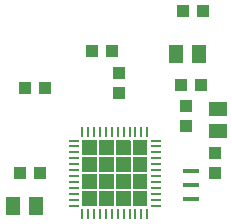
<source format=gbr>
G04 EAGLE Gerber RS-274X export*
G75*
%MOMM*%
%FSLAX34Y34*%
%LPD*%
%INSolderpaste Bottom*%
%IPPOS*%
%AMOC8*
5,1,8,0,0,1.08239X$1,22.5*%
G01*
%ADD10R,1.000000X1.100000*%
%ADD11R,1.500000X1.300000*%
%ADD12R,1.399997X0.400000*%
%ADD13R,1.100000X1.000000*%
%ADD14R,1.300000X1.500000*%
%ADD15R,0.812800X0.254000*%
%ADD16R,0.254000X0.812800*%

G36*
X327678Y310374D02*
X327678Y310374D01*
X327680Y310373D01*
X327723Y310393D01*
X327767Y310411D01*
X327767Y310413D01*
X327769Y310414D01*
X327802Y310499D01*
X327802Y322723D01*
X327801Y322725D01*
X327802Y322727D01*
X327782Y322770D01*
X327764Y322814D01*
X327762Y322814D01*
X327761Y322816D01*
X327676Y322849D01*
X315452Y322849D01*
X315450Y322848D01*
X315448Y322849D01*
X315405Y322829D01*
X315361Y322811D01*
X315361Y322809D01*
X315359Y322808D01*
X315326Y322723D01*
X315326Y310499D01*
X315327Y310497D01*
X315326Y310495D01*
X315346Y310452D01*
X315364Y310408D01*
X315366Y310408D01*
X315367Y310406D01*
X315452Y310373D01*
X327676Y310373D01*
X327678Y310374D01*
G37*
G36*
X356126Y310374D02*
X356126Y310374D01*
X356128Y310373D01*
X356171Y310393D01*
X356215Y310411D01*
X356215Y310413D01*
X356217Y310414D01*
X356250Y310499D01*
X356250Y322723D01*
X356249Y322725D01*
X356250Y322727D01*
X356230Y322770D01*
X356212Y322814D01*
X356210Y322814D01*
X356209Y322816D01*
X356124Y322849D01*
X343900Y322849D01*
X343898Y322848D01*
X343896Y322849D01*
X343853Y322829D01*
X343809Y322811D01*
X343809Y322809D01*
X343807Y322808D01*
X343774Y322723D01*
X343774Y310499D01*
X343775Y310497D01*
X343774Y310495D01*
X343794Y310452D01*
X343812Y310408D01*
X343814Y310408D01*
X343815Y310406D01*
X343900Y310373D01*
X356124Y310373D01*
X356126Y310374D01*
G37*
G36*
X341902Y310374D02*
X341902Y310374D01*
X341904Y310373D01*
X341947Y310393D01*
X341991Y310411D01*
X341991Y310413D01*
X341993Y310414D01*
X342026Y310499D01*
X342026Y322723D01*
X342025Y322725D01*
X342026Y322727D01*
X342006Y322770D01*
X341988Y322814D01*
X341986Y322814D01*
X341985Y322816D01*
X341900Y322849D01*
X329676Y322849D01*
X329674Y322848D01*
X329672Y322849D01*
X329629Y322829D01*
X329585Y322811D01*
X329585Y322809D01*
X329583Y322808D01*
X329550Y322723D01*
X329550Y310499D01*
X329551Y310497D01*
X329550Y310495D01*
X329570Y310452D01*
X329588Y310408D01*
X329590Y310408D01*
X329591Y310406D01*
X329676Y310373D01*
X341900Y310373D01*
X341902Y310374D01*
G37*
G36*
X370350Y310374D02*
X370350Y310374D01*
X370352Y310373D01*
X370395Y310393D01*
X370439Y310411D01*
X370439Y310413D01*
X370441Y310414D01*
X370474Y310499D01*
X370474Y322723D01*
X370473Y322725D01*
X370474Y322727D01*
X370454Y322770D01*
X370436Y322814D01*
X370434Y322814D01*
X370433Y322816D01*
X370348Y322849D01*
X358124Y322849D01*
X358122Y322848D01*
X358120Y322849D01*
X358077Y322829D01*
X358033Y322811D01*
X358033Y322809D01*
X358031Y322808D01*
X357998Y322723D01*
X357998Y310499D01*
X357999Y310497D01*
X357998Y310495D01*
X358018Y310452D01*
X358036Y310408D01*
X358038Y310408D01*
X358039Y310406D01*
X358124Y310373D01*
X370348Y310373D01*
X370350Y310374D01*
G37*
G36*
X356126Y296150D02*
X356126Y296150D01*
X356128Y296149D01*
X356171Y296169D01*
X356215Y296187D01*
X356215Y296189D01*
X356217Y296190D01*
X356250Y296275D01*
X356250Y308499D01*
X356249Y308501D01*
X356250Y308503D01*
X356230Y308546D01*
X356212Y308590D01*
X356210Y308590D01*
X356209Y308592D01*
X356124Y308625D01*
X343900Y308625D01*
X343898Y308624D01*
X343896Y308625D01*
X343853Y308605D01*
X343809Y308587D01*
X343809Y308585D01*
X343807Y308584D01*
X343774Y308499D01*
X343774Y296275D01*
X343775Y296273D01*
X343774Y296271D01*
X343794Y296228D01*
X343812Y296184D01*
X343814Y296184D01*
X343815Y296182D01*
X343900Y296149D01*
X356124Y296149D01*
X356126Y296150D01*
G37*
G36*
X327678Y296150D02*
X327678Y296150D01*
X327680Y296149D01*
X327723Y296169D01*
X327767Y296187D01*
X327767Y296189D01*
X327769Y296190D01*
X327802Y296275D01*
X327802Y308499D01*
X327801Y308501D01*
X327802Y308503D01*
X327782Y308546D01*
X327764Y308590D01*
X327762Y308590D01*
X327761Y308592D01*
X327676Y308625D01*
X315452Y308625D01*
X315450Y308624D01*
X315448Y308625D01*
X315405Y308605D01*
X315361Y308587D01*
X315361Y308585D01*
X315359Y308584D01*
X315326Y308499D01*
X315326Y296275D01*
X315327Y296273D01*
X315326Y296271D01*
X315346Y296228D01*
X315364Y296184D01*
X315366Y296184D01*
X315367Y296182D01*
X315452Y296149D01*
X327676Y296149D01*
X327678Y296150D01*
G37*
G36*
X341902Y296150D02*
X341902Y296150D01*
X341904Y296149D01*
X341947Y296169D01*
X341991Y296187D01*
X341991Y296189D01*
X341993Y296190D01*
X342026Y296275D01*
X342026Y308499D01*
X342025Y308501D01*
X342026Y308503D01*
X342006Y308546D01*
X341988Y308590D01*
X341986Y308590D01*
X341985Y308592D01*
X341900Y308625D01*
X329676Y308625D01*
X329674Y308624D01*
X329672Y308625D01*
X329629Y308605D01*
X329585Y308587D01*
X329585Y308585D01*
X329583Y308584D01*
X329550Y308499D01*
X329550Y296275D01*
X329551Y296273D01*
X329550Y296271D01*
X329570Y296228D01*
X329588Y296184D01*
X329590Y296184D01*
X329591Y296182D01*
X329676Y296149D01*
X341900Y296149D01*
X341902Y296150D01*
G37*
G36*
X370350Y296150D02*
X370350Y296150D01*
X370352Y296149D01*
X370395Y296169D01*
X370439Y296187D01*
X370439Y296189D01*
X370441Y296190D01*
X370474Y296275D01*
X370474Y308499D01*
X370473Y308501D01*
X370474Y308503D01*
X370454Y308546D01*
X370436Y308590D01*
X370434Y308590D01*
X370433Y308592D01*
X370348Y308625D01*
X358124Y308625D01*
X358122Y308624D01*
X358120Y308625D01*
X358077Y308605D01*
X358033Y308587D01*
X358033Y308585D01*
X358031Y308584D01*
X357998Y308499D01*
X357998Y296275D01*
X357999Y296273D01*
X357998Y296271D01*
X358018Y296228D01*
X358036Y296184D01*
X358038Y296184D01*
X358039Y296182D01*
X358124Y296149D01*
X370348Y296149D01*
X370350Y296150D01*
G37*
G36*
X327678Y281926D02*
X327678Y281926D01*
X327680Y281925D01*
X327723Y281945D01*
X327767Y281963D01*
X327767Y281965D01*
X327769Y281966D01*
X327802Y282051D01*
X327802Y294275D01*
X327801Y294277D01*
X327802Y294279D01*
X327782Y294322D01*
X327764Y294366D01*
X327762Y294366D01*
X327761Y294368D01*
X327676Y294401D01*
X315452Y294401D01*
X315450Y294400D01*
X315448Y294401D01*
X315405Y294381D01*
X315361Y294363D01*
X315361Y294361D01*
X315359Y294360D01*
X315326Y294275D01*
X315326Y282051D01*
X315327Y282049D01*
X315326Y282047D01*
X315346Y282004D01*
X315364Y281960D01*
X315366Y281960D01*
X315367Y281958D01*
X315452Y281925D01*
X327676Y281925D01*
X327678Y281926D01*
G37*
G36*
X356126Y281926D02*
X356126Y281926D01*
X356128Y281925D01*
X356171Y281945D01*
X356215Y281963D01*
X356215Y281965D01*
X356217Y281966D01*
X356250Y282051D01*
X356250Y294275D01*
X356249Y294277D01*
X356250Y294279D01*
X356230Y294322D01*
X356212Y294366D01*
X356210Y294366D01*
X356209Y294368D01*
X356124Y294401D01*
X343900Y294401D01*
X343898Y294400D01*
X343896Y294401D01*
X343853Y294381D01*
X343809Y294363D01*
X343809Y294361D01*
X343807Y294360D01*
X343774Y294275D01*
X343774Y282051D01*
X343775Y282049D01*
X343774Y282047D01*
X343794Y282004D01*
X343812Y281960D01*
X343814Y281960D01*
X343815Y281958D01*
X343900Y281925D01*
X356124Y281925D01*
X356126Y281926D01*
G37*
G36*
X341902Y281926D02*
X341902Y281926D01*
X341904Y281925D01*
X341947Y281945D01*
X341991Y281963D01*
X341991Y281965D01*
X341993Y281966D01*
X342026Y282051D01*
X342026Y294275D01*
X342025Y294277D01*
X342026Y294279D01*
X342006Y294322D01*
X341988Y294366D01*
X341986Y294366D01*
X341985Y294368D01*
X341900Y294401D01*
X329676Y294401D01*
X329674Y294400D01*
X329672Y294401D01*
X329629Y294381D01*
X329585Y294363D01*
X329585Y294361D01*
X329583Y294360D01*
X329550Y294275D01*
X329550Y282051D01*
X329551Y282049D01*
X329550Y282047D01*
X329570Y282004D01*
X329588Y281960D01*
X329590Y281960D01*
X329591Y281958D01*
X329676Y281925D01*
X341900Y281925D01*
X341902Y281926D01*
G37*
G36*
X370350Y281926D02*
X370350Y281926D01*
X370352Y281925D01*
X370395Y281945D01*
X370439Y281963D01*
X370439Y281965D01*
X370441Y281966D01*
X370474Y282051D01*
X370474Y294275D01*
X370473Y294277D01*
X370474Y294279D01*
X370454Y294322D01*
X370436Y294366D01*
X370434Y294366D01*
X370433Y294368D01*
X370348Y294401D01*
X358124Y294401D01*
X358122Y294400D01*
X358120Y294401D01*
X358077Y294381D01*
X358033Y294363D01*
X358033Y294361D01*
X358031Y294360D01*
X357998Y294275D01*
X357998Y282051D01*
X357999Y282049D01*
X357998Y282047D01*
X358018Y282004D01*
X358036Y281960D01*
X358038Y281960D01*
X358039Y281958D01*
X358124Y281925D01*
X370348Y281925D01*
X370350Y281926D01*
G37*
G36*
X341902Y267702D02*
X341902Y267702D01*
X341904Y267701D01*
X341947Y267721D01*
X341991Y267739D01*
X341991Y267741D01*
X341993Y267742D01*
X342026Y267827D01*
X342026Y280051D01*
X342025Y280053D01*
X342026Y280055D01*
X342006Y280098D01*
X341988Y280142D01*
X341986Y280142D01*
X341985Y280144D01*
X341900Y280177D01*
X329676Y280177D01*
X329674Y280176D01*
X329672Y280177D01*
X329629Y280157D01*
X329585Y280139D01*
X329585Y280137D01*
X329583Y280136D01*
X329550Y280051D01*
X329550Y267827D01*
X329551Y267825D01*
X329550Y267823D01*
X329570Y267780D01*
X329588Y267736D01*
X329590Y267736D01*
X329591Y267734D01*
X329676Y267701D01*
X341900Y267701D01*
X341902Y267702D01*
G37*
G36*
X356126Y267702D02*
X356126Y267702D01*
X356128Y267701D01*
X356171Y267721D01*
X356215Y267739D01*
X356215Y267741D01*
X356217Y267742D01*
X356250Y267827D01*
X356250Y280051D01*
X356249Y280053D01*
X356250Y280055D01*
X356230Y280098D01*
X356212Y280142D01*
X356210Y280142D01*
X356209Y280144D01*
X356124Y280177D01*
X343900Y280177D01*
X343898Y280176D01*
X343896Y280177D01*
X343853Y280157D01*
X343809Y280139D01*
X343809Y280137D01*
X343807Y280136D01*
X343774Y280051D01*
X343774Y267827D01*
X343775Y267825D01*
X343774Y267823D01*
X343794Y267780D01*
X343812Y267736D01*
X343814Y267736D01*
X343815Y267734D01*
X343900Y267701D01*
X356124Y267701D01*
X356126Y267702D01*
G37*
G36*
X370350Y267702D02*
X370350Y267702D01*
X370352Y267701D01*
X370395Y267721D01*
X370439Y267739D01*
X370439Y267741D01*
X370441Y267742D01*
X370474Y267827D01*
X370474Y280051D01*
X370473Y280053D01*
X370474Y280055D01*
X370454Y280098D01*
X370436Y280142D01*
X370434Y280142D01*
X370433Y280144D01*
X370348Y280177D01*
X358124Y280177D01*
X358122Y280176D01*
X358120Y280177D01*
X358077Y280157D01*
X358033Y280139D01*
X358033Y280137D01*
X358031Y280136D01*
X357998Y280051D01*
X357998Y267827D01*
X357999Y267825D01*
X357998Y267823D01*
X358018Y267780D01*
X358036Y267736D01*
X358038Y267736D01*
X358039Y267734D01*
X358124Y267701D01*
X370348Y267701D01*
X370350Y267702D01*
G37*
G36*
X327678Y267702D02*
X327678Y267702D01*
X327680Y267701D01*
X327723Y267721D01*
X327767Y267739D01*
X327767Y267741D01*
X327769Y267742D01*
X327802Y267827D01*
X327802Y280051D01*
X327801Y280053D01*
X327802Y280055D01*
X327782Y280098D01*
X327764Y280142D01*
X327762Y280142D01*
X327761Y280144D01*
X327676Y280177D01*
X315452Y280177D01*
X315450Y280176D01*
X315448Y280177D01*
X315405Y280157D01*
X315361Y280139D01*
X315361Y280137D01*
X315359Y280136D01*
X315326Y280051D01*
X315326Y267827D01*
X315327Y267825D01*
X315326Y267823D01*
X315346Y267780D01*
X315364Y267736D01*
X315366Y267736D01*
X315367Y267734D01*
X315452Y267701D01*
X327676Y267701D01*
X327678Y267702D01*
G37*
D10*
X403543Y352035D03*
X403543Y335035D03*
D11*
X429895Y330543D03*
X429895Y349543D03*
D12*
X407353Y273115D03*
X407353Y285115D03*
X407353Y297115D03*
D13*
X400758Y432753D03*
X417758Y432753D03*
X262328Y295593D03*
X279328Y295593D03*
X415535Y370205D03*
X398535Y370205D03*
D14*
X394995Y396240D03*
X413995Y396240D03*
D10*
X283455Y367665D03*
X266455Y367665D03*
D14*
X275883Y267335D03*
X256883Y267335D03*
D13*
X427355Y295348D03*
X427355Y312348D03*
D15*
X377444Y322782D03*
X377444Y317781D03*
X377444Y312779D03*
X377444Y307778D03*
X377444Y302777D03*
X377444Y297776D03*
X377444Y292774D03*
X377444Y287773D03*
X377444Y282772D03*
X377444Y277771D03*
X377444Y272769D03*
X377444Y267768D03*
D16*
X370407Y260731D03*
X365406Y260731D03*
X360404Y260731D03*
X355403Y260731D03*
X350402Y260731D03*
X345401Y260731D03*
X340399Y260731D03*
X335398Y260731D03*
X330397Y260731D03*
X325396Y260731D03*
X320394Y260731D03*
X315393Y260731D03*
D15*
X308356Y267768D03*
X308356Y272769D03*
X308356Y277771D03*
X308356Y282772D03*
X308356Y287773D03*
X308356Y292774D03*
X308356Y297776D03*
X308356Y302777D03*
X308356Y307778D03*
X308356Y312779D03*
X308356Y317781D03*
X308356Y322782D03*
D16*
X315393Y329819D03*
X320394Y329819D03*
X325396Y329819D03*
X330397Y329819D03*
X335398Y329819D03*
X340399Y329819D03*
X345401Y329819D03*
X350402Y329819D03*
X355403Y329819D03*
X360404Y329819D03*
X365406Y329819D03*
X370407Y329819D03*
D13*
X346075Y379975D03*
X346075Y362975D03*
D10*
X340288Y398463D03*
X323288Y398463D03*
M02*

</source>
